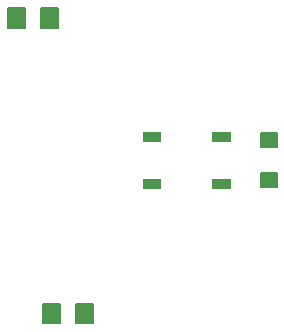
<source format=gbp>
G75*
G70*
%OFA0B0*%
%FSLAX24Y24*%
%IPPOS*%
%LPD*%
%AMOC8*
5,1,8,0,0,1.08239X$1,22.5*
%
%ADD10C,0.0063*%
%ADD11C,0.0033*%
%ADD12C,0.0050*%
D10*
X036673Y026949D02*
X037241Y026949D01*
X036673Y026949D02*
X036673Y027595D01*
X037241Y027595D01*
X037241Y026949D01*
X037241Y027011D02*
X036673Y027011D01*
X036673Y027073D02*
X037241Y027073D01*
X037241Y027135D02*
X036673Y027135D01*
X036673Y027197D02*
X037241Y027197D01*
X037241Y027259D02*
X036673Y027259D01*
X036673Y027321D02*
X037241Y027321D01*
X037241Y027383D02*
X036673Y027383D01*
X036673Y027445D02*
X037241Y027445D01*
X037241Y027507D02*
X036673Y027507D01*
X036673Y027569D02*
X037241Y027569D01*
X037775Y026949D02*
X038343Y026949D01*
X037775Y026949D02*
X037775Y027595D01*
X038343Y027595D01*
X038343Y026949D01*
X038343Y027011D02*
X037775Y027011D01*
X037775Y027073D02*
X038343Y027073D01*
X038343Y027135D02*
X037775Y027135D01*
X037775Y027197D02*
X038343Y027197D01*
X038343Y027259D02*
X037775Y027259D01*
X037775Y027321D02*
X038343Y027321D01*
X038343Y027383D02*
X037775Y027383D01*
X037775Y027445D02*
X038343Y027445D01*
X038343Y027507D02*
X037775Y027507D01*
X037775Y027569D02*
X038343Y027569D01*
X037162Y036791D02*
X036594Y036791D01*
X036594Y037437D01*
X037162Y037437D01*
X037162Y036791D01*
X037162Y036853D02*
X036594Y036853D01*
X036594Y036915D02*
X037162Y036915D01*
X037162Y036977D02*
X036594Y036977D01*
X036594Y037039D02*
X037162Y037039D01*
X037162Y037101D02*
X036594Y037101D01*
X036594Y037163D02*
X037162Y037163D01*
X037162Y037225D02*
X036594Y037225D01*
X036594Y037287D02*
X037162Y037287D01*
X037162Y037349D02*
X036594Y037349D01*
X036594Y037411D02*
X037162Y037411D01*
X036060Y036791D02*
X035492Y036791D01*
X035492Y037437D01*
X036060Y037437D01*
X036060Y036791D01*
X036060Y036853D02*
X035492Y036853D01*
X035492Y036915D02*
X036060Y036915D01*
X036060Y036977D02*
X035492Y036977D01*
X035492Y037039D02*
X036060Y037039D01*
X036060Y037101D02*
X035492Y037101D01*
X035492Y037163D02*
X036060Y037163D01*
X036060Y037225D02*
X035492Y037225D01*
X035492Y037287D02*
X036060Y037287D01*
X036060Y037349D02*
X035492Y037349D01*
X035492Y037411D02*
X036060Y037411D01*
D11*
X039994Y033328D02*
X040572Y033328D01*
X040572Y033026D01*
X039994Y033026D01*
X039994Y033328D01*
X039994Y033058D02*
X040572Y033058D01*
X040572Y033090D02*
X039994Y033090D01*
X039994Y033122D02*
X040572Y033122D01*
X040572Y033154D02*
X039994Y033154D01*
X039994Y033186D02*
X040572Y033186D01*
X040572Y033218D02*
X039994Y033218D01*
X039994Y033250D02*
X040572Y033250D01*
X040572Y033282D02*
X039994Y033282D01*
X039994Y033314D02*
X040572Y033314D01*
X040572Y031753D02*
X039994Y031753D01*
X040572Y031753D02*
X040572Y031451D01*
X039994Y031451D01*
X039994Y031753D01*
X039994Y031483D02*
X040572Y031483D01*
X040572Y031515D02*
X039994Y031515D01*
X039994Y031547D02*
X040572Y031547D01*
X040572Y031579D02*
X039994Y031579D01*
X039994Y031611D02*
X040572Y031611D01*
X040572Y031643D02*
X039994Y031643D01*
X039994Y031675D02*
X040572Y031675D01*
X040572Y031707D02*
X039994Y031707D01*
X039994Y031739D02*
X040572Y031739D01*
X042317Y031753D02*
X042895Y031753D01*
X042895Y031451D01*
X042317Y031451D01*
X042317Y031753D01*
X042317Y031483D02*
X042895Y031483D01*
X042895Y031515D02*
X042317Y031515D01*
X042317Y031547D02*
X042895Y031547D01*
X042895Y031579D02*
X042317Y031579D01*
X042317Y031611D02*
X042895Y031611D01*
X042895Y031643D02*
X042317Y031643D01*
X042317Y031675D02*
X042895Y031675D01*
X042895Y031707D02*
X042317Y031707D01*
X042317Y031739D02*
X042895Y031739D01*
X042895Y033328D02*
X042317Y033328D01*
X042895Y033328D02*
X042895Y033026D01*
X042317Y033026D01*
X042317Y033328D01*
X042317Y033058D02*
X042895Y033058D01*
X042895Y033090D02*
X042317Y033090D01*
X042317Y033122D02*
X042895Y033122D01*
X042895Y033154D02*
X042317Y033154D01*
X042317Y033186D02*
X042895Y033186D01*
X042895Y033218D02*
X042317Y033218D01*
X042317Y033250D02*
X042895Y033250D01*
X042895Y033282D02*
X042317Y033282D01*
X042317Y033314D02*
X042895Y033314D01*
D12*
X044465Y033278D02*
X044465Y032828D01*
X043937Y032828D01*
X043937Y033278D01*
X044465Y033278D01*
X044465Y032877D02*
X043937Y032877D01*
X043937Y032926D02*
X044465Y032926D01*
X044465Y032975D02*
X043937Y032975D01*
X043937Y033024D02*
X044465Y033024D01*
X044465Y033073D02*
X043937Y033073D01*
X043937Y033122D02*
X044465Y033122D01*
X044465Y033171D02*
X043937Y033171D01*
X043937Y033220D02*
X044465Y033220D01*
X044465Y033269D02*
X043937Y033269D01*
X044465Y031951D02*
X044465Y031501D01*
X043937Y031501D01*
X043937Y031951D01*
X044465Y031951D01*
X044465Y031550D02*
X043937Y031550D01*
X043937Y031599D02*
X044465Y031599D01*
X044465Y031648D02*
X043937Y031648D01*
X043937Y031697D02*
X044465Y031697D01*
X044465Y031746D02*
X043937Y031746D01*
X043937Y031795D02*
X044465Y031795D01*
X044465Y031844D02*
X043937Y031844D01*
X043937Y031893D02*
X044465Y031893D01*
X044465Y031942D02*
X043937Y031942D01*
M02*

</source>
